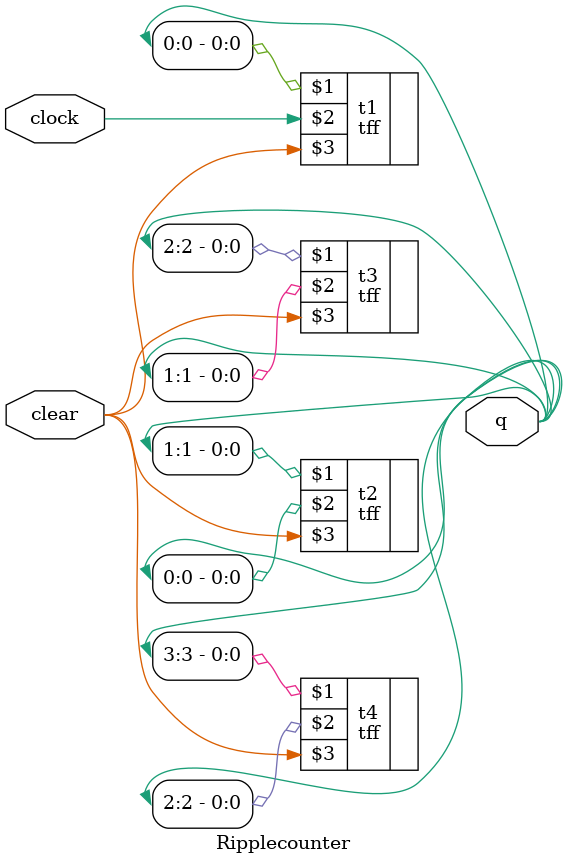
<source format=v>
`include "tff.v"

module Ripplecounter(
    q,clock,clear
);

 output [3:0]q;
 input clock,clear;

tff t1(q[0],clock,clear);
tff t2(q[1],q[0],clear);
tff t3(q[2],q[1],clear);
tff t4(q[3],q[2],clear);

endmodule

// module tff(
//     q,clock,clear
// );

// input clock,clear;
// output q;

// dff ff1(q,,~q,clk,clear);

// endmodule

// module dff(
//     q,qb,d,clk,clear
// );

// output q,qb;
// input d,clk,clear;

// wire s,sb,r,rb,cb;

// assign cb = ~clear;

// assign sb = ~(rb & s), s= ~(sb & cb & ~clk),r= ~(rb & ~clk & s),rb= ~(r &cb & d);

// assign q = ~(s & qb), qb = ~(q & r & cb);


// endmodule
</source>
